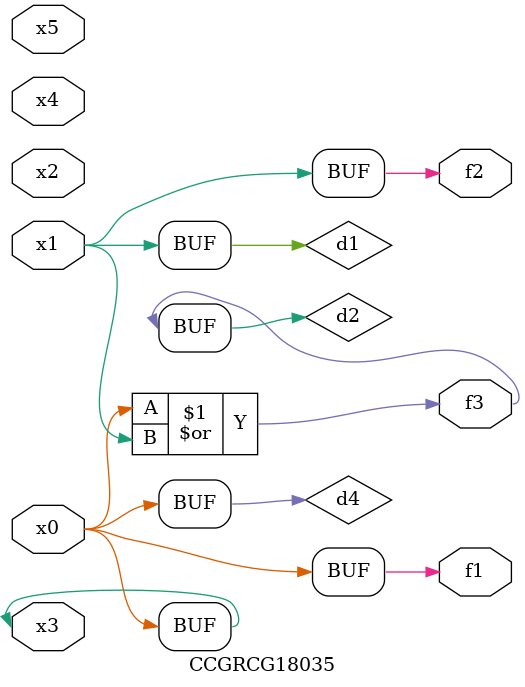
<source format=v>
module CCGRCG18035(
	input x0, x1, x2, x3, x4, x5,
	output f1, f2, f3
);

	wire d1, d2, d3, d4;

	and (d1, x1);
	or (d2, x0, x1);
	nand (d3, x0, x5);
	buf (d4, x0, x3);
	assign f1 = d4;
	assign f2 = d1;
	assign f3 = d2;
endmodule

</source>
